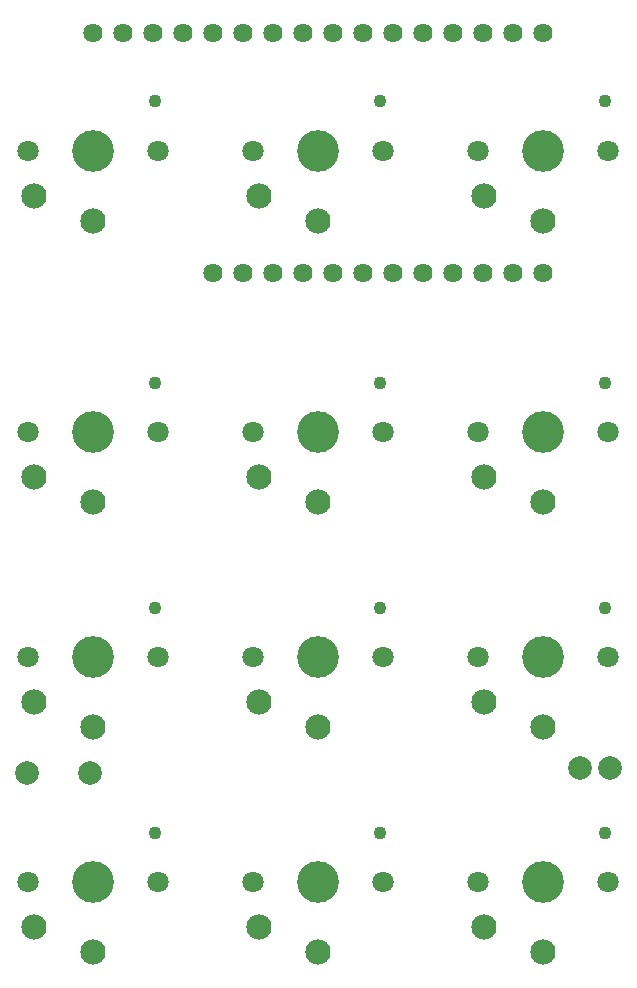
<source format=gts>
G04 #@! TF.FileFunction,Soldermask,Top*
%FSLAX46Y46*%
G04 Gerber Fmt 4.6, Leading zero omitted, Abs format (unit mm)*
G04 Created by KiCad (PCBNEW 4.0.7) date Tuesday, March 20, 2018 'PMt' 07:43:28 PM*
%MOMM*%
%LPD*%
G01*
G04 APERTURE LIST*
%ADD10C,0.100000*%
%ADD11C,1.625600*%
%ADD12C,3.530600*%
%ADD13C,2.133600*%
%ADD14C,1.092200*%
%ADD15C,1.803400*%
%ADD16C,2.006600*%
G04 APERTURE END LIST*
D10*
D11*
X91110000Y-74660000D03*
X93650000Y-74660000D03*
X96190000Y-74660000D03*
X98730000Y-74660000D03*
X101270000Y-74660000D03*
X103810000Y-74660000D03*
X106350000Y-74660000D03*
X108890000Y-74660000D03*
X111430000Y-74660000D03*
X113970000Y-74660000D03*
X116510000Y-74660000D03*
X119050000Y-74660000D03*
X119050000Y-54340000D03*
X116510000Y-54340000D03*
X113970000Y-54340000D03*
X111430000Y-54340000D03*
X108890000Y-54340000D03*
X106350000Y-54340000D03*
X103810000Y-54340000D03*
X101270000Y-54340000D03*
X98730000Y-54340000D03*
X96190000Y-54340000D03*
X93650000Y-54340000D03*
X91110000Y-54340000D03*
X88570000Y-54340000D03*
X86030000Y-54340000D03*
X83490000Y-54340000D03*
X80950000Y-54340000D03*
D12*
X80962500Y-64293750D03*
D13*
X75962500Y-68093750D03*
X80962500Y-70193750D03*
D14*
X86182500Y-60093750D03*
D15*
X86462500Y-64293750D03*
X75462500Y-64293750D03*
D12*
X100012500Y-88106250D03*
D13*
X95012500Y-91906250D03*
X100012500Y-94006250D03*
D14*
X105232500Y-83906250D03*
D15*
X105512500Y-88106250D03*
X94512500Y-88106250D03*
D12*
X80962500Y-88106250D03*
D13*
X75962500Y-91906250D03*
X80962500Y-94006250D03*
D14*
X86182500Y-83906250D03*
D15*
X86462500Y-88106250D03*
X75462500Y-88106250D03*
D12*
X80962500Y-126206250D03*
D13*
X75962500Y-130006250D03*
X80962500Y-132106250D03*
D14*
X86182500Y-122006250D03*
D15*
X86462500Y-126206250D03*
X75462500Y-126206250D03*
D12*
X100012500Y-126206250D03*
D13*
X95012500Y-130006250D03*
X100012500Y-132106250D03*
D14*
X105232500Y-122006250D03*
D15*
X105512500Y-126206250D03*
X94512500Y-126206250D03*
D12*
X119062500Y-126206250D03*
D13*
X114062500Y-130006250D03*
X119062500Y-132106250D03*
D14*
X124282500Y-122006250D03*
D15*
X124562500Y-126206250D03*
X113562500Y-126206250D03*
D12*
X80962500Y-107156250D03*
D13*
X75962500Y-110956250D03*
X80962500Y-113056250D03*
D14*
X86182500Y-102956250D03*
D15*
X86462500Y-107156250D03*
X75462500Y-107156250D03*
D12*
X100012500Y-107156250D03*
D13*
X95012500Y-110956250D03*
X100012500Y-113056250D03*
D14*
X105232500Y-102956250D03*
D15*
X105512500Y-107156250D03*
X94512500Y-107156250D03*
D12*
X119062500Y-107156250D03*
D13*
X114062500Y-110956250D03*
X119062500Y-113056250D03*
D14*
X124282500Y-102956250D03*
D15*
X124562500Y-107156250D03*
X113562500Y-107156250D03*
D12*
X119062500Y-88106250D03*
D13*
X114062500Y-91906250D03*
X119062500Y-94006250D03*
D14*
X124282500Y-83906250D03*
D15*
X124562500Y-88106250D03*
X113562500Y-88106250D03*
D12*
X100012500Y-64293750D03*
D13*
X95012500Y-68093750D03*
X100012500Y-70193750D03*
D14*
X105232500Y-60093750D03*
D15*
X105512500Y-64293750D03*
X94512500Y-64293750D03*
D12*
X119062500Y-64293750D03*
D13*
X114062500Y-68093750D03*
X119062500Y-70193750D03*
D14*
X124282500Y-60093750D03*
D15*
X124562500Y-64293750D03*
X113562500Y-64293750D03*
D16*
X124740000Y-116540000D03*
X122200000Y-116540000D03*
X75350000Y-117000000D03*
X80650000Y-117000000D03*
M02*

</source>
